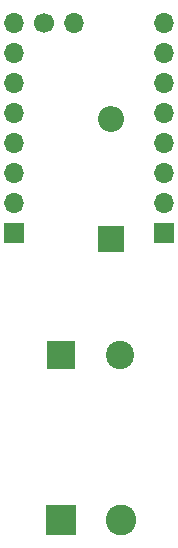
<source format=gbs>
%TF.GenerationSoftware,KiCad,Pcbnew,(5.1.9)-1*%
%TF.CreationDate,2021-12-09T11:09:15-03:00*%
%TF.ProjectId,HV_stepstick_adapter,48565f73-7465-4707-9374-69636b5f6164,rev?*%
%TF.SameCoordinates,Original*%
%TF.FileFunction,Soldermask,Bot*%
%TF.FilePolarity,Negative*%
%FSLAX46Y46*%
G04 Gerber Fmt 4.6, Leading zero omitted, Abs format (unit mm)*
G04 Created by KiCad (PCBNEW (5.1.9)-1) date 2021-12-09 11:09:15*
%MOMM*%
%LPD*%
G01*
G04 APERTURE LIST*
%ADD10R,2.400000X2.400000*%
%ADD11C,2.400000*%
%ADD12R,2.600000X2.600000*%
%ADD13C,2.600000*%
%ADD14R,1.700000X1.700000*%
%ADD15O,1.700000X1.700000*%
%ADD16C,1.700000*%
%ADD17R,2.200000X2.200000*%
%ADD18O,2.200000X2.200000*%
G04 APERTURE END LIST*
D10*
%TO.C,C1*%
X97790000Y-137922000D03*
D11*
X102790000Y-137922000D03*
%TD*%
D12*
%TO.C,J1*%
X97790000Y-151892000D03*
D13*
X102870000Y-151892000D03*
%TD*%
D14*
%TO.C,J2*%
X93805000Y-127594999D03*
D15*
X93805000Y-125054999D03*
X93805000Y-122514999D03*
X93805000Y-119974999D03*
X93805000Y-117434999D03*
X93805000Y-114894999D03*
X93805000Y-112354999D03*
X93805000Y-109814999D03*
%TD*%
%TO.C,J3*%
X106502999Y-109814999D03*
X106502999Y-112354999D03*
X106502999Y-114894999D03*
X106502999Y-117434999D03*
X106502999Y-119974999D03*
X106502999Y-122514999D03*
X106502999Y-125054999D03*
D14*
X106502999Y-127594999D03*
%TD*%
D16*
%TO.C,J4*%
X96345000Y-109814999D03*
D15*
X98885000Y-109814999D03*
%TD*%
D17*
%TO.C,D1*%
X101981000Y-128143000D03*
D18*
X101981000Y-117983000D03*
%TD*%
M02*

</source>
